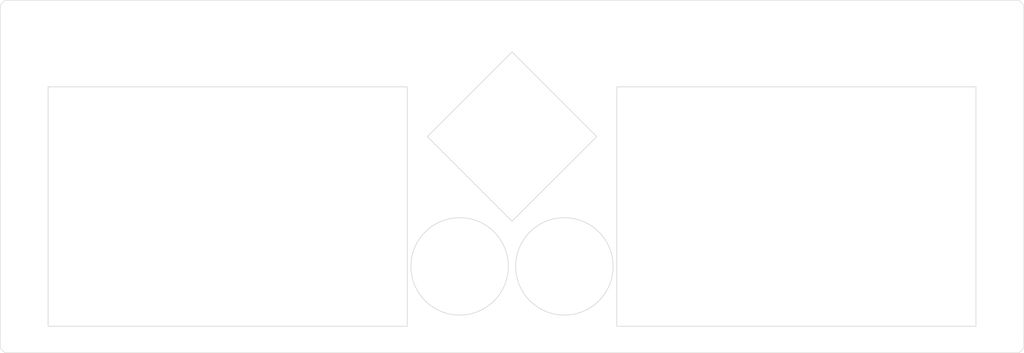
<source format=kicad_pcb>
(kicad_pcb (version 20211014) (generator pcbnew)
  (layers (0 "F.Cu" signal) (31 "B.Cu" signal) (34 "B.Paste" user) (35 "F.Paste" user) (36 "B.SilkS" user "B.Silkscreen") (37 "F.SilkS" user "F.Silkscreen") (38 "B.Mask" user) (39 "F.Mask" user) (44 "Edge.Cuts" user))
  (net 0 "")
  (footprint "kbd_Hole:m2_Screw_Hole_EdgeCuts" (layer "F.Cu") (at 11.075 13.05)
    (fp_text reference "J8" hide)
    (fp_text value "Conn_01x01" hide)
    (fp_circle (center 0 0) (end 1.1 0) (layer "Edge.Cuts") (width 0.01) (fill none))
  )
  (footprint "kbd_Hole:m2_Screw_Hole_EdgeCuts" (layer "F.Cu") (at 11.075 66.65)
    (fp_text reference "J9" hide)
    (fp_text value "Conn_01x01" hide)
    (fp_circle (center 0 0) (end 1.1 0) (layer "Edge.Cuts") (width 0.01) (fill none))
  )
  (footprint "kbd_Hole:m2_Screw_Hole_EdgeCuts" (layer "F.Cu") (at 11.075 120.25)
    (fp_text reference "J10" hide)
    (fp_text value "Conn_01x01" hide)
    (fp_circle (center 0 0) (end 1.1 0) (layer "Edge.Cuts") (width 0.01) (fill none))
  )
  (footprint "kbd_Hole:m2_Screw_Hole_EdgeCuts" (layer "F.Cu") (at 108.575 13.05)
    (fp_text reference "J11" hide)
    (fp_text value "Conn_01x01" hide)
    (fp_circle (center 0 0) (end 1.1 0) (layer "Edge.Cuts") (width 0.01) (fill none))
  )
  (footprint "kbd_Hole:m2_Screw_Hole_EdgeCuts" (layer "F.Cu") (at 234.325 13.05)
    (fp_text reference "J12" hide)
    (fp_text value "Conn_01x01" hide)
    (fp_circle (center 0 0) (end 1.1 0) (layer "Edge.Cuts") (width 0.01) (fill none))
  )
  (footprint "kbd_Hole:m2_Screw_Hole_EdgeCuts" (layer "F.Cu") (at 108.575 120.25)
    (fp_text reference "J13" hide)
    (fp_text value "Conn_01x01" hide)
    (fp_circle (center 0 0) (end 1.1 0) (layer "Edge.Cuts") (width 0.01) (fill none))
  )
  (footprint "kbd_Hole:m2_Screw_Hole_EdgeCuts" (layer "F.Cu") (at 234.325 120.25)
    (fp_text reference "J14" hide)
    (fp_text value "Conn_01x01" hide)
    (fp_circle (center 0 0) (end 1.1 0) (layer "Edge.Cuts") (width 0.01) (fill none))
  )
  (footprint "kbd_Hole:m2_Screw_Hole_EdgeCuts" (layer "F.Cu") (at 331.825 13.05)
    (fp_text reference "J15" hide)
    (fp_text value "Conn_01x01" hide)
    (fp_circle (center 0 0) (end 1.1 0) (layer "Edge.Cuts") (width 0.01) (fill none))
  )
  (footprint "kbd_Hole:m2_Screw_Hole_EdgeCuts" (layer "F.Cu") (at 331.825 66.65)
    (fp_text reference "J16" hide)
    (fp_text value "Conn_01x01" hide)
    (fp_circle (center 0 0) (end 1.1 0) (layer "Edge.Cuts") (width 0.01) (fill none))
  )
  (footprint "kbd_Hole:m2_Screw_Hole_EdgeCuts" (layer "F.Cu") (at 331.825 120.25)
    (fp_text reference "J17" hide)
    (fp_text value "Conn_01x01" hide)
    (fp_circle (center 0 0) (end 1.1 0) (layer "Edge.Cuts") (width 0.01) (fill none))
  )
  (gr_line (start 8.575 12.05) (end 10.075 10.55) (layer "Edge.Cuts") (width 0.15))
  (gr_line (start 334.325 12.05) (end 332.825 10.55) (layer "Edge.Cuts") (width 0.15))
  (gr_line (start 10.075 122.75) (end 8.575 121.25) (layer "Edge.Cuts") (width 0.15))
  (gr_circle (center 188.11875 95.25) (end 203.61875 95.25) (layer "Edge.Cuts") (width 0.2) (fill none))
  (gr_line (start 8.575 12.05) (end 8.575 121.25) (layer "Edge.Cuts") (width 0.15))
  (gr_line (start 332.825 122.75) (end 334.325 121.25) (layer "Edge.Cuts") (width 0.15))
  (gr_line (start 204.7875 114.3) (end 319.0875 114.3) (layer "Edge.Cuts") (width 0.2))
  (gr_circle (center 154.78125 95.25) (end 170.28125 95.25) (layer "Edge.Cuts") (width 0.2) (fill none))
  (gr_line (start 334.325 121.25) (end 334.325 12.05) (layer "Edge.Cuts") (width 0.15))
  (gr_line (start 204.7875 38.1) (end 204.7875 114.3) (layer "Edge.Cuts") (width 0.2))
  (gr_line (start 23.81252 38.100032) (end 23.81252 114.300096) (layer "Edge.Cuts") (width 0.2))
  (gr_line (start 332.825 10.55) (end 10.075 10.55) (layer "Edge.Cuts") (width 0.15))
  (gr_line (start 198.387724 53.95015) (end 171.449856 27.012282) (layer "Edge.Cuts") (width 0.2))
  (gr_line (start 144.511988 53.95015) (end 171.449856 80.888018) (layer "Edge.Cuts") (width 0.2))
  (gr_line (start 23.81252 114.300096) (end 138.112616 114.300096) (layer "Edge.Cuts") (width 0.2))
  (gr_line (start 138.112616 38.100032) (end 23.81252 38.100032) (layer "Edge.Cuts") (width 0.2))
  (gr_line (start 171.449856 80.888018) (end 198.387724 53.95015) (layer "Edge.Cuts") (width 0.2))
  (gr_line (start 10.075 122.75) (end 332.825 122.75) (layer "Edge.Cuts") (width 0.15))
  (gr_line (start 171.449856 27.012282) (end 144.511988 53.95015) (layer "Edge.Cuts") (width 0.2))
  (gr_line (start 319.0875 38.1) (end 204.7875 38.1) (layer "Edge.Cuts") (width 0.2))
  (gr_line (start 138.112616 114.300096) (end 138.112616 38.100032) (layer "Edge.Cuts") (width 0.2))
  (gr_line (start 319.0875 114.3) (end 319.0875 38.1) (layer "Edge.Cuts") (width 0.2))
)
</source>
